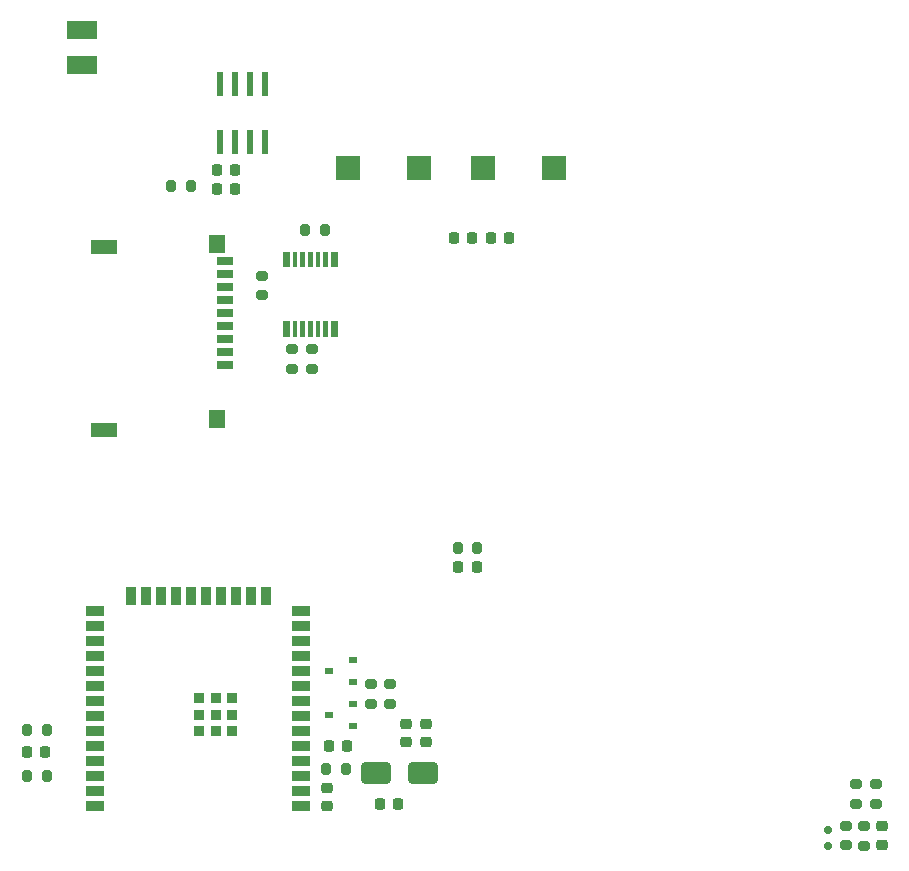
<source format=gbr>
%TF.GenerationSoftware,KiCad,Pcbnew,8.0.5*%
%TF.CreationDate,2024-10-11T13:06:57+01:00*%
%TF.ProjectId,esquema_eletronico,65737175-656d-4615-9f65-6c6574726f6e,rev?*%
%TF.SameCoordinates,Original*%
%TF.FileFunction,Paste,Top*%
%TF.FilePolarity,Positive*%
%FSLAX46Y46*%
G04 Gerber Fmt 4.6, Leading zero omitted, Abs format (unit mm)*
G04 Created by KiCad (PCBNEW 8.0.5) date 2024-10-11 13:06:57*
%MOMM*%
%LPD*%
G01*
G04 APERTURE LIST*
G04 Aperture macros list*
%AMRoundRect*
0 Rectangle with rounded corners*
0 $1 Rounding radius*
0 $2 $3 $4 $5 $6 $7 $8 $9 X,Y pos of 4 corners*
0 Add a 4 corners polygon primitive as box body*
4,1,4,$2,$3,$4,$5,$6,$7,$8,$9,$2,$3,0*
0 Add four circle primitives for the rounded corners*
1,1,$1+$1,$2,$3*
1,1,$1+$1,$4,$5*
1,1,$1+$1,$6,$7*
1,1,$1+$1,$8,$9*
0 Add four rect primitives between the rounded corners*
20,1,$1+$1,$2,$3,$4,$5,0*
20,1,$1+$1,$4,$5,$6,$7,0*
20,1,$1+$1,$6,$7,$8,$9,0*
20,1,$1+$1,$8,$9,$2,$3,0*%
G04 Aperture macros list end*
%ADD10C,0.010000*%
%ADD11RoundRect,0.225000X-0.250000X0.225000X-0.250000X-0.225000X0.250000X-0.225000X0.250000X0.225000X0*%
%ADD12RoundRect,0.225000X-0.225000X-0.250000X0.225000X-0.250000X0.225000X0.250000X-0.225000X0.250000X0*%
%ADD13RoundRect,0.225000X0.250000X-0.225000X0.250000X0.225000X-0.250000X0.225000X-0.250000X-0.225000X0*%
%ADD14RoundRect,0.200000X-0.275000X0.200000X-0.275000X-0.200000X0.275000X-0.200000X0.275000X0.200000X0*%
%ADD15RoundRect,0.200000X0.275000X-0.200000X0.275000X0.200000X-0.275000X0.200000X-0.275000X-0.200000X0*%
%ADD16R,0.800000X0.600000*%
%ADD17RoundRect,0.150000X-0.200000X0.150000X-0.200000X-0.150000X0.200000X-0.150000X0.200000X0.150000X0*%
%ADD18RoundRect,0.200000X-0.200000X-0.275000X0.200000X-0.275000X0.200000X0.275000X-0.200000X0.275000X0*%
%ADD19RoundRect,0.225000X0.225000X0.250000X-0.225000X0.250000X-0.225000X-0.250000X0.225000X-0.250000X0*%
%ADD20RoundRect,0.200000X0.200000X0.275000X-0.200000X0.275000X-0.200000X-0.275000X0.200000X-0.275000X0*%
%ADD21RoundRect,0.073750X0.221250X-0.911250X0.221250X0.911250X-0.221250X0.911250X-0.221250X-0.911250X0*%
%ADD22R,1.500000X0.900000*%
%ADD23R,0.900000X1.500000*%
%ADD24R,0.900000X0.900000*%
%ADD25R,2.600000X1.500000*%
%ADD26R,2.000000X2.000000*%
%ADD27R,1.400000X0.700000*%
%ADD28R,1.400000X1.600000*%
%ADD29R,2.200000X1.200000*%
%ADD30RoundRect,0.250000X-1.000000X-0.650000X1.000000X-0.650000X1.000000X0.650000X-1.000000X0.650000X0*%
G04 APERTURE END LIST*
D10*
%TO.C,U5*%
X103330000Y-89895000D02*
X102830000Y-89895000D01*
X102830000Y-88645000D01*
X103330000Y-88645000D01*
X103330000Y-89895000D01*
G36*
X103330000Y-89895000D02*
G01*
X102830000Y-89895000D01*
X102830000Y-88645000D01*
X103330000Y-88645000D01*
X103330000Y-89895000D01*
G37*
X103330000Y-95745000D02*
X102830000Y-95745000D01*
X102830000Y-94495000D01*
X103330000Y-94495000D01*
X103330000Y-95745000D01*
G36*
X103330000Y-95745000D02*
G01*
X102830000Y-95745000D01*
X102830000Y-94495000D01*
X103330000Y-94495000D01*
X103330000Y-95745000D01*
G37*
X103980000Y-89895000D02*
X103680000Y-89895000D01*
X103680000Y-88645000D01*
X103980000Y-88645000D01*
X103980000Y-89895000D01*
G36*
X103980000Y-89895000D02*
G01*
X103680000Y-89895000D01*
X103680000Y-88645000D01*
X103980000Y-88645000D01*
X103980000Y-89895000D01*
G37*
X103980000Y-95745000D02*
X103680000Y-95745000D01*
X103680000Y-94495000D01*
X103980000Y-94495000D01*
X103980000Y-95745000D01*
G36*
X103980000Y-95745000D02*
G01*
X103680000Y-95745000D01*
X103680000Y-94495000D01*
X103980000Y-94495000D01*
X103980000Y-95745000D01*
G37*
X104630000Y-89895000D02*
X104330000Y-89895000D01*
X104330000Y-88645000D01*
X104630000Y-88645000D01*
X104630000Y-89895000D01*
G36*
X104630000Y-89895000D02*
G01*
X104330000Y-89895000D01*
X104330000Y-88645000D01*
X104630000Y-88645000D01*
X104630000Y-89895000D01*
G37*
X104630000Y-95745000D02*
X104330000Y-95745000D01*
X104330000Y-94495000D01*
X104630000Y-94495000D01*
X104630000Y-95745000D01*
G36*
X104630000Y-95745000D02*
G01*
X104330000Y-95745000D01*
X104330000Y-94495000D01*
X104630000Y-94495000D01*
X104630000Y-95745000D01*
G37*
X105280000Y-89895000D02*
X104980000Y-89895000D01*
X104980000Y-88645000D01*
X105280000Y-88645000D01*
X105280000Y-89895000D01*
G36*
X105280000Y-89895000D02*
G01*
X104980000Y-89895000D01*
X104980000Y-88645000D01*
X105280000Y-88645000D01*
X105280000Y-89895000D01*
G37*
X105280000Y-95745000D02*
X104980000Y-95745000D01*
X104980000Y-94495000D01*
X105280000Y-94495000D01*
X105280000Y-95745000D01*
G36*
X105280000Y-95745000D02*
G01*
X104980000Y-95745000D01*
X104980000Y-94495000D01*
X105280000Y-94495000D01*
X105280000Y-95745000D01*
G37*
X105930000Y-89895000D02*
X105630000Y-89895000D01*
X105630000Y-88645000D01*
X105930000Y-88645000D01*
X105930000Y-89895000D01*
G36*
X105930000Y-89895000D02*
G01*
X105630000Y-89895000D01*
X105630000Y-88645000D01*
X105930000Y-88645000D01*
X105930000Y-89895000D01*
G37*
X105930000Y-95745000D02*
X105630000Y-95745000D01*
X105630000Y-94495000D01*
X105930000Y-94495000D01*
X105930000Y-95745000D01*
G36*
X105930000Y-95745000D02*
G01*
X105630000Y-95745000D01*
X105630000Y-94495000D01*
X105930000Y-94495000D01*
X105930000Y-95745000D01*
G37*
X106580000Y-89895000D02*
X106280000Y-89895000D01*
X106280000Y-88645000D01*
X106580000Y-88645000D01*
X106580000Y-89895000D01*
G36*
X106580000Y-89895000D02*
G01*
X106280000Y-89895000D01*
X106280000Y-88645000D01*
X106580000Y-88645000D01*
X106580000Y-89895000D01*
G37*
X106580000Y-95745000D02*
X106280000Y-95745000D01*
X106280000Y-94495000D01*
X106580000Y-94495000D01*
X106580000Y-95745000D01*
G36*
X106580000Y-95745000D02*
G01*
X106280000Y-95745000D01*
X106280000Y-94495000D01*
X106580000Y-94495000D01*
X106580000Y-95745000D01*
G37*
X107430000Y-89895000D02*
X106930000Y-89895000D01*
X106930000Y-88645000D01*
X107430000Y-88645000D01*
X107430000Y-89895000D01*
G36*
X107430000Y-89895000D02*
G01*
X106930000Y-89895000D01*
X106930000Y-88645000D01*
X107430000Y-88645000D01*
X107430000Y-89895000D01*
G37*
X107430000Y-95745000D02*
X106930000Y-95745000D01*
X106930000Y-94495000D01*
X107430000Y-94495000D01*
X107430000Y-95745000D01*
G36*
X107430000Y-95745000D02*
G01*
X106930000Y-95745000D01*
X106930000Y-94495000D01*
X107430000Y-94495000D01*
X107430000Y-95745000D01*
G37*
%TD*%
D11*
%TO.C,C35*%
X106550000Y-134015000D03*
X106550000Y-135565000D03*
%TD*%
D12*
%TO.C,C32*%
X117295000Y-87510000D03*
X118845000Y-87510000D03*
%TD*%
%TO.C,C7*%
X81175000Y-131000000D03*
X82725000Y-131000000D03*
%TD*%
D13*
%TO.C,C34*%
X113300000Y-130175000D03*
X113300000Y-128625000D03*
%TD*%
D14*
%TO.C,R10*%
X150500000Y-137250000D03*
X150500000Y-138900000D03*
%TD*%
D15*
%TO.C,R3*%
X111900000Y-126937500D03*
X111900000Y-125287500D03*
%TD*%
D16*
%TO.C,Q2*%
X108785000Y-125087500D03*
X108785000Y-123187500D03*
X106765000Y-124137500D03*
%TD*%
D17*
%TO.C,D1*%
X149000000Y-139000000D03*
X149000000Y-137600000D03*
%TD*%
D15*
%TO.C,R18*%
X105305000Y-98570000D03*
X105305000Y-96920000D03*
%TD*%
D13*
%TO.C,C9*%
X114950000Y-130175000D03*
X114950000Y-128625000D03*
%TD*%
D18*
%TO.C,R12*%
X81185000Y-133030000D03*
X82835000Y-133030000D03*
%TD*%
D19*
%TO.C,C36*%
X121970000Y-87510000D03*
X120420000Y-87510000D03*
%TD*%
D16*
%TO.C,Q1*%
X108760000Y-128812500D03*
X108760000Y-126912500D03*
X106740000Y-127862500D03*
%TD*%
D12*
%TO.C,C3*%
X117695000Y-115325000D03*
X119245000Y-115325000D03*
%TD*%
D18*
%TO.C,R5*%
X117645000Y-113700000D03*
X119295000Y-113700000D03*
%TD*%
D12*
%TO.C,C8*%
X111025000Y-135400000D03*
X112575000Y-135400000D03*
%TD*%
D19*
%TO.C,C11*%
X98800000Y-81765000D03*
X97250000Y-81765000D03*
%TD*%
D20*
%TO.C,R21*%
X95060000Y-83065000D03*
X93410000Y-83065000D03*
%TD*%
D15*
%TO.C,R17*%
X103605000Y-98570000D03*
X103605000Y-96920000D03*
%TD*%
D21*
%TO.C,U10*%
X97510000Y-79400000D03*
X98780000Y-79400000D03*
X100050000Y-79400000D03*
X101320000Y-79400000D03*
X101320000Y-74450000D03*
X100050000Y-74450000D03*
X98780000Y-74450000D03*
X97510000Y-74450000D03*
%TD*%
D12*
%TO.C,C33*%
X106735000Y-130480000D03*
X108285000Y-130480000D03*
%TD*%
D20*
%TO.C,R35*%
X108145000Y-132460000D03*
X106495000Y-132460000D03*
%TD*%
D14*
%TO.C,R4*%
X110325000Y-125262500D03*
X110325000Y-126912500D03*
%TD*%
D22*
%TO.C,U7*%
X104410000Y-135560000D03*
X104410000Y-134290000D03*
X104410000Y-133020000D03*
X104410000Y-131750000D03*
X104410000Y-130480000D03*
X104410000Y-129210000D03*
X104410000Y-127940000D03*
X104410000Y-126670000D03*
X104410000Y-125400000D03*
X104410000Y-124130000D03*
X104410000Y-122860000D03*
X104410000Y-121590000D03*
X104410000Y-120320000D03*
X104410000Y-119050000D03*
D23*
X101370000Y-117800000D03*
X100100000Y-117800000D03*
X98830000Y-117800000D03*
X97560000Y-117800000D03*
X96290000Y-117800000D03*
X95020000Y-117800000D03*
X93750000Y-117800000D03*
X92480000Y-117800000D03*
X91210000Y-117800000D03*
X89940000Y-117800000D03*
D22*
X86910000Y-119050000D03*
X86910000Y-120320000D03*
X86910000Y-121590000D03*
X86910000Y-122860000D03*
X86910000Y-124130000D03*
X86910000Y-125400000D03*
X86910000Y-126670000D03*
X86910000Y-127940000D03*
X86910000Y-129210000D03*
X86910000Y-130480000D03*
X86910000Y-131750000D03*
X86910000Y-133020000D03*
X86910000Y-134290000D03*
X86910000Y-135560000D03*
D24*
X98560000Y-129240000D03*
X98560000Y-127840000D03*
X98560000Y-126440000D03*
X97160000Y-129240000D03*
X97160000Y-127840000D03*
X97160000Y-126440000D03*
X95760000Y-129240000D03*
X95760000Y-127840000D03*
X95760000Y-126440000D03*
%TD*%
D25*
%TO.C,D8*%
X85825000Y-69850000D03*
X85825000Y-72850000D03*
%TD*%
D14*
%TO.C,R11*%
X152075000Y-137275000D03*
X152075000Y-138925000D03*
%TD*%
D13*
%TO.C,C4*%
X153600000Y-138850000D03*
X153600000Y-137300000D03*
%TD*%
D15*
%TO.C,R1*%
X153025000Y-135400000D03*
X153025000Y-133750000D03*
%TD*%
%TO.C,R2*%
X151405000Y-135400000D03*
X151405000Y-133750000D03*
%TD*%
D26*
%TO.C,SW2*%
X125820000Y-81570000D03*
X119820000Y-81570000D03*
%TD*%
D18*
%TO.C,R13*%
X81185000Y-129140000D03*
X82835000Y-129140000D03*
%TD*%
D27*
%TO.C,J3*%
X97900000Y-98225000D03*
X97900000Y-97125000D03*
X97900000Y-96025000D03*
X97900000Y-94925000D03*
X97900000Y-93825000D03*
X97900000Y-92725000D03*
X97900000Y-91625000D03*
X97900000Y-90525000D03*
X97900000Y-89425000D03*
D28*
X97300000Y-87975000D03*
X97300000Y-102825000D03*
D29*
X87700000Y-88225000D03*
X87700000Y-103725000D03*
%TD*%
D18*
%TO.C,R19*%
X104755000Y-86845000D03*
X106405000Y-86845000D03*
%TD*%
D19*
%TO.C,C12*%
X98800000Y-83300000D03*
X97250000Y-83300000D03*
%TD*%
D26*
%TO.C,SW1*%
X114390000Y-81570000D03*
X108390000Y-81570000D03*
%TD*%
D15*
%TO.C,R20*%
X101115000Y-92350000D03*
X101115000Y-90700000D03*
%TD*%
D30*
%TO.C,D9*%
X110700000Y-132750000D03*
X114700000Y-132750000D03*
%TD*%
M02*

</source>
